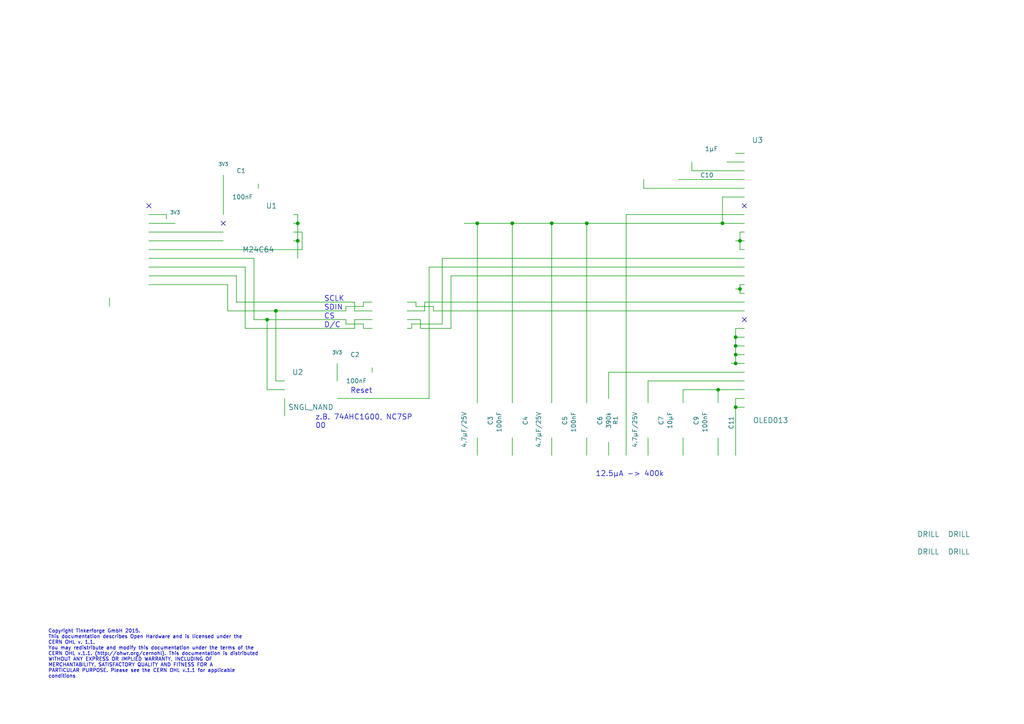
<source format=kicad_sch>
(kicad_sch (version 20230121) (generator eeschema)
  (paper "A4")
  (title_block (title "OLED 128x64") (date "2016-06-17") (rev "1.1") (company "Tinkerforge GmbH") (comment 1 "Licensed under CERN OHL v.1.1") (comment 2 "Copyright (©) 2016, B.Nordmeyer <bastian@tinkerforge.com>"))
  (lib_symbols)
  (junction (at 148.59 64.77))
  (junction (at 214.63 83.82))
  (junction (at 213.36 105.41))
  (junction (at 214.63 69.85))
  (junction (at 213.36 100.33))
  (junction (at 213.36 97.79))
  (junction (at 209.55 64.77))
  (junction (at 86.36 64.77))
  (junction (at 80.01 90.17))
  (junction (at 86.36 69.85))
  (junction (at 77.47 92.71))
  (junction (at 160.02 64.77))
  (junction (at 208.28 113.03))
  (junction (at 213.36 118.11))
  (junction (at 170.18 64.77))
  (junction (at 138.43 64.77))
  (junction (at 213.36 102.87))
  (no_connect (at 215.9 59.69))
  (no_connect (at 64.77 64.77))
  (no_connect (at 43.18 59.69))
  (no_connect (at 215.9 92.71))
  (wire (pts (xy 213.36 102.87) (xy 213.36 100.33)))
  (wire (pts (xy 120.65 87.63) (xy 118.11 87.63)))
  (wire (pts (xy 215.9 113.03) (xy 208.28 113.03)))
  (wire (pts (xy 213.36 69.85) (xy 214.63 69.85)))
  (wire (pts (xy 77.47 113.03) (xy 77.47 92.71)))
  (wire (pts (xy 187.96 132.08) (xy 187.96 127)))
  (wire (pts (xy 215.9 118.11) (xy 213.36 118.11)))
  (wire (pts (xy 208.28 113.03) (xy 198.12 113.03)))
  (wire (pts (xy 213.36 118.11) (xy 213.36 132.08)))
  (wire (pts (xy 87.63 67.31) (xy 87.63 72.39)))
  (wire (pts (xy 71.12 95.25) (xy 102.87 95.25)))
  (wire (pts (xy 213.36 95.25) (xy 215.9 95.25)))
  (wire (pts (xy 121.92 92.71) (xy 118.11 92.71)))
  (wire (pts (xy 119.38 95.25) (xy 119.38 93.98)))
  (wire (pts (xy 214.63 69.85) (xy 215.9 69.85)))
  (wire (pts (xy 215.9 110.49) (xy 187.96 110.49)))
  (wire (pts (xy 128.27 74.93) (xy 128.27 93.98)))
  (wire (pts (xy 215.9 62.23) (xy 181.61 62.23)))
  (wire (pts (xy 160.02 132.08) (xy 160.02 127)))
  (wire (pts (xy 160.02 64.77) (xy 170.18 64.77)))
  (wire (pts (xy 66.04 90.17) (xy 66.04 82.55)))
  (wire (pts (xy 80.01 90.17) (xy 66.04 90.17)))
  (wire (pts (xy 213.36 115.57) (xy 213.36 118.11)))
  (wire (pts (xy 74.93 53.34) (xy 74.93 54.61)))
  (wire (pts (xy 87.63 72.39) (xy 43.18 72.39)))
  (wire (pts (xy 215.9 87.63) (xy 123.19 87.63)))
  (wire (pts (xy 170.18 64.77) (xy 209.55 64.77)))
  (wire (pts (xy 198.12 113.03) (xy 198.12 116.84)))
  (wire (pts (xy 68.58 87.63) (xy 68.58 80.01)))
  (wire (pts (xy 214.63 82.55) (xy 214.63 83.82)))
  (wire (pts (xy 125.73 88.9) (xy 120.65 88.9)))
  (wire (pts (xy 102.87 95.25) (xy 102.87 92.71)))
  (wire (pts (xy 181.61 62.23) (xy 181.61 132.08)))
  (wire (pts (xy 107.95 87.63) (xy 105.41 87.63)))
  (wire (pts (xy 215.9 82.55) (xy 214.63 82.55)))
  (wire (pts (xy 43.18 67.31) (xy 64.77 67.31)))
  (wire (pts (xy 213.36 100.33) (xy 213.36 97.79)))
  (wire (pts (xy 124.46 115.57) (xy 97.79 115.57)))
  (wire (pts (xy 213.36 105.41) (xy 213.36 102.87)))
  (wire (pts (xy 215.9 90.17) (xy 125.73 90.17)))
  (wire (pts (xy 107.95 90.17) (xy 102.87 90.17)))
  (wire (pts (xy 214.63 67.31) (xy 215.9 67.31)))
  (wire (pts (xy 71.12 77.47) (xy 43.18 77.47)))
  (wire (pts (xy 198.12 127) (xy 198.12 132.08)))
  (wire (pts (xy 128.27 74.93) (xy 215.9 74.93)))
  (wire (pts (xy 187.96 110.49) (xy 187.96 116.84)))
  (wire (pts (xy 210.82 46.99) (xy 215.9 46.99)))
  (wire (pts (xy 138.43 132.08) (xy 138.43 127)))
  (wire (pts (xy 43.18 64.77) (xy 50.8 64.77)))
  (wire (pts (xy 77.47 92.71) (xy 73.66 92.71)))
  (wire (pts (xy 48.26 62.23) (xy 48.26 63.5)))
  (wire (pts (xy 186.69 54.61) (xy 186.69 52.07)))
  (wire (pts (xy 85.09 62.23) (xy 86.36 62.23)))
  (wire (pts (xy 105.41 88.9) (xy 100.33 88.9)))
  (wire (pts (xy 196.85 52.07) (xy 215.9 52.07)))
  (wire (pts (xy 82.55 110.49) (xy 80.01 110.49)))
  (wire (pts (xy 43.18 62.23) (xy 48.26 62.23)))
  (wire (pts (xy 215.9 49.53) (xy 200.66 49.53)))
  (wire (pts (xy 170.18 132.08) (xy 170.18 127)))
  (wire (pts (xy 100.33 90.17) (xy 80.01 90.17)))
  (wire (pts (xy 208.28 127) (xy 208.28 132.08)))
  (wire (pts (xy 130.81 80.01) (xy 215.9 80.01)))
  (wire (pts (xy 68.58 80.01) (xy 43.18 80.01)))
  (wire (pts (xy 107.95 95.25) (xy 105.41 95.25)))
  (wire (pts (xy 215.9 105.41) (xy 213.36 105.41)))
  (wire (pts (xy 214.63 83.82) (xy 214.63 85.09)))
  (wire (pts (xy 31.75 88.9) (xy 31.75 86.36)))
  (wire (pts (xy 213.36 44.45) (xy 215.9 44.45)))
  (wire (pts (xy 105.41 93.98) (xy 100.33 93.98)))
  (wire (pts (xy 86.36 69.85) (xy 86.36 74.93)))
  (wire (pts (xy 200.66 49.53) (xy 200.66 46.99)))
  (wire (pts (xy 100.33 88.9) (xy 100.33 90.17)))
  (wire (pts (xy 123.19 87.63) (xy 123.19 90.17)))
  (wire (pts (xy 214.63 72.39) (xy 215.9 72.39)))
  (wire (pts (xy 215.9 100.33) (xy 213.36 100.33)))
  (wire (pts (xy 215.9 102.87) (xy 213.36 102.87)))
  (wire (pts (xy 214.63 83.82) (xy 213.36 83.82)))
  (wire (pts (xy 82.55 113.03) (xy 77.47 113.03)))
  (wire (pts (xy 130.81 95.25) (xy 130.81 80.01)))
  (wire (pts (xy 102.87 92.71) (xy 107.95 92.71)))
  (wire (pts (xy 214.63 67.31) (xy 214.63 69.85)))
  (wire (pts (xy 213.36 105.41) (xy 212.09 105.41)))
  (wire (pts (xy 105.41 95.25) (xy 105.41 93.98)))
  (wire (pts (xy 97.79 105.41) (xy 97.79 110.49)))
  (wire (pts (xy 107.95 106.68) (xy 107.95 107.95)))
  (wire (pts (xy 71.12 95.25) (xy 71.12 77.47)))
  (wire (pts (xy 176.53 107.95) (xy 176.53 115.57)))
  (wire (pts (xy 215.9 115.57) (xy 213.36 115.57)))
  (wire (pts (xy 138.43 64.77) (xy 148.59 64.77)))
  (wire (pts (xy 170.18 116.84) (xy 170.18 64.77)))
  (wire (pts (xy 64.77 69.85) (xy 43.18 69.85)))
  (wire (pts (xy 85.09 67.31) (xy 87.63 67.31)))
  (wire (pts (xy 160.02 116.84) (xy 160.02 64.77)))
  (wire (pts (xy 105.41 87.63) (xy 105.41 88.9)))
  (wire (pts (xy 64.77 50.8) (xy 64.77 62.23)))
  (wire (pts (xy 215.9 107.95) (xy 176.53 107.95)))
  (wire (pts (xy 100.33 92.71) (xy 77.47 92.71)))
  (wire (pts (xy 176.53 128.27) (xy 176.53 132.08)))
  (wire (pts (xy 138.43 116.84) (xy 138.43 64.77)))
  (wire (pts (xy 214.63 69.85) (xy 214.63 72.39)))
  (wire (pts (xy 134.62 64.77) (xy 138.43 64.77)))
  (wire (pts (xy 215.9 57.15) (xy 209.55 57.15)))
  (wire (pts (xy 102.87 90.17) (xy 102.87 87.63)))
  (wire (pts (xy 120.65 88.9) (xy 120.65 87.63)))
  (wire (pts (xy 148.59 64.77) (xy 160.02 64.77)))
  (wire (pts (xy 119.38 93.98) (xy 128.27 93.98)))
  (wire (pts (xy 121.92 95.25) (xy 121.92 92.71)))
  (wire (pts (xy 214.63 85.09) (xy 215.9 85.09)))
  (wire (pts (xy 209.55 57.15) (xy 209.55 64.77)))
  (wire (pts (xy 86.36 62.23) (xy 86.36 64.77)))
  (wire (pts (xy 73.66 74.93) (xy 43.18 74.93)))
  (wire (pts (xy 86.36 69.85) (xy 85.09 69.85)))
  (wire (pts (xy 100.33 93.98) (xy 100.33 92.71)))
  (wire (pts (xy 82.55 120.65) (xy 82.55 115.57)))
  (wire (pts (xy 123.19 90.17) (xy 118.11 90.17)))
  (wire (pts (xy 66.04 82.55) (xy 43.18 82.55)))
  (wire (pts (xy 85.09 64.77) (xy 86.36 64.77)))
  (wire (pts (xy 213.36 97.79) (xy 213.36 95.25)))
  (wire (pts (xy 215.9 77.47) (xy 124.46 77.47)))
  (wire (pts (xy 124.46 77.47) (xy 124.46 115.57)))
  (wire (pts (xy 215.9 97.79) (xy 213.36 97.79)))
  (wire (pts (xy 148.59 132.08) (xy 148.59 127)))
  (wire (pts (xy 209.55 64.77) (xy 215.9 64.77)))
  (wire (pts (xy 102.87 87.63) (xy 68.58 87.63)))
  (wire (pts (xy 86.36 64.77) (xy 86.36 69.85)))
  (wire (pts (xy 215.9 54.61) (xy 186.69 54.61)))
  (wire (pts (xy 73.66 92.71) (xy 73.66 74.93)))
  (wire (pts (xy 130.81 95.25) (xy 121.92 95.25)))
  (wire (pts (xy 208.28 116.84) (xy 208.28 113.03)))
  (wire (pts (xy 118.11 95.25) (xy 119.38 95.25)))
  (wire (pts (xy 125.73 90.17) (xy 125.73 88.9)))
  (wire (pts (xy 148.59 116.84) (xy 148.59 64.77)))
  (wire (pts (xy 80.01 110.49) (xy 80.01 90.17)))
  (text "D/C" (at 93.98 95.25 0) (effects (font (size 1.524 1.524)) (justify left bottom)))
  (text "Reset" (at 101.6 114.3 0) (effects (font (size 1.524 1.524)) (justify left bottom)))
  (text "z.B. 74AHC1G00, NC7SP\n00" (at 91.44 124.46 0) (effects (font (size 1.524 1.524)) (justify left bottom)))
  (text "SDIN" (at 93.98 90.17 0) (effects (font (size 1.524 1.524)) (justify left bottom)))
  (text "SCLK" (at 93.98 87.63 0) (effects (font (size 1.524 1.524)) (justify left bottom)))
  (text "Copyright Tinkerforge GmbH 2015.\nThis documentation describes Open Hardware and is licensed under the\nCERN OHL v. 1.1.\nYou may redistribute and modify this documentation under the terms of the\nCERN OHL v.1.1. (http://ohwr.org/cernohl). This documentation is distributed\nWITHOUT ANY EXPRESS OR IMPLIED WARRANTY, INCLUDING OF\nMERCHANTABILITY, SATISFACTORY QUALITY AND FITNESS FOR A\nPARTICULAR PURPOSE. Please see the CERN OHL v.1.1 for applicable\nconditions\n" (at 13.97 196.85 0) (effects (font (size 1.016 1.016)) (justify left bottom)))
  (text "12.5µA -> 400k" (at 172.72 138.43 0) (effects (font (size 1.524 1.524)) (justify left bottom)))
  (text "CS" (at 93.98 92.71 0) (effects (font (size 1.524 1.524)) (justify left bottom)))
  (symbol (lib_id "DRILL") (at 278.13 154.94 0) (unit 1)
    (property "Reference" "U6" (effects hide))
    (property "Value" "DRILL" (at 278.13 154.94 0) (effects (font (size 1.524 1.524))))
    (property "Footprint" "kicad-libraries:DRILL_NP" (effects hide))
  )
  (symbol (lib_id "DRILL") (at 278.13 160.02 0) (unit 1)
    (property "Reference" "U7" (effects hide))
    (property "Value" "DRILL" (at 278.13 160.02 0) (effects (font (size 1.524 1.524))))
    (property "Footprint" "kicad-libraries:DRILL_NP" (effects hide))
  )
  (symbol (lib_id "DRILL") (at 269.24 154.94 0) (unit 1)
    (property "Reference" "U4" (effects hide))
    (property "Value" "DRILL" (at 269.24 154.94 0) (effects (font (size 1.524 1.524))))
    (property "Footprint" "kicad-libraries:DRILL_NP" (effects hide))
  )
  (symbol (lib_id "DRILL") (at 269.24 160.02 0) (unit 1)
    (property "Reference" "U5" (effects hide))
    (property "Value" "DRILL" (at 269.24 160.02 0) (effects (font (size 1.524 1.524))))
    (property "Footprint" "kicad-libraries:DRILL_NP" (effects hide))
  )
  (symbol (lib_id "CON-SENSOR") (at 31.75 71.12 0) (mirror y) (unit 1)
    (property "Reference" "P1" (at 38.1 57.15 0) (effects (font (size 1.524 1.524))))
    (property "Value" "CON-SENSOR" (at 26.67 71.12 90) (effects (font (size 1.524 1.524))))
    (property "Footprint" "kicad-libraries:CON-SENSOR" (effects hide))
  )
  (symbol (lib_id "GND") (at 48.26 63.5 0) (unit 1)
    (property "Reference" "#PWR01" (effects hide))
    (property "Value" "GND" (effects hide))
  )
  (symbol (lib_id "3V3") (at 50.8 64.77 0) (unit 1)
    (property "Reference" "#PWR02" (effects hide))
    (property "Value" "3V3" (at 50.8 61.595 0) (effects (font (size 1.016 1.016))))
  )
  (symbol (lib_id "CAT24C") (at 74.93 72.39 0) (mirror y) (unit 1)
    (property "Reference" "U1" (at 78.74 59.69 0) (effects (font (size 1.524 1.524))))
    (property "Value" "M24C64" (at 74.93 72.39 0) (effects (font (size 1.524 1.524))))
    (property "Footprint" "kicad-libraries:SOIC8" (effects hide))
  )
  (symbol (lib_id "C") (at 69.85 53.34 270) (unit 1)
    (property "Reference" "C1" (at 68.58 49.53 90) (effects (justify left)))
    (property "Value" "100nF" (at 67.31 57.15 90) (effects (justify left)))
    (property "Footprint" "kicad-libraries:C0603E" (effects hide))
  )
  (symbol (lib_id "GND") (at 74.93 54.61 0) (unit 1)
    (property "Reference" "#PWR03" (effects hide))
    (property "Value" "GND" (effects hide))
  )
  (symbol (lib_id "3V3") (at 64.77 50.8 0) (unit 1)
    (property "Reference" "#PWR04" (effects hide))
    (property "Value" "3V3" (at 64.77 47.625 0) (effects (font (size 1.016 1.016))))
  )
  (symbol (lib_id "GND") (at 86.36 74.93 0) (unit 1)
    (property "Reference" "#PWR05" (effects hide))
    (property "Value" "GND" (effects hide))
  )
  (symbol (lib_id "GND") (at 31.75 88.9 0) (unit 1)
    (property "Reference" "#PWR06" (effects hide))
    (property "Value" "GND" (effects hide))
  )
  (symbol (lib_id "OLED013") (at 223.52 81.28 0) (unit 1)
    (property "Reference" "U3" (at 219.71 40.64 0) (effects (font (size 1.524 1.524))))
    (property "Value" "OLED013" (at 223.52 121.92 0) (effects (font (size 1.524 1.524))))
    (property "Footprint" "kicad-libraries:ER-CON30HT-1" (effects hide))
  )
  (symbol (lib_id "C") (at 208.28 121.92 180) (unit 1)
    (property "Reference" "C11" (at 212.09 120.65 90) (effects (justify left)))
    (property "Value" "100nF" (at 204.47 119.38 90) (effects (justify left)))
    (property "Footprint" "kicad-libraries:C0603E" (effects hide))
  )
  (symbol (lib_id "C") (at 198.12 121.92 180) (unit 1)
    (property "Reference" "C9" (at 201.93 120.65 90) (effects (justify left)))
    (property "Value" "10µF" (at 194.31 119.38 90) (effects (justify left)))
    (property "Footprint" "kicad-libraries:C0805" (effects hide))
  )
  (symbol (lib_id "R") (at 176.53 121.92 0) (unit 1)
    (property "Reference" "R1" (at 178.562 121.92 90))
    (property "Value" "390k" (at 176.53 121.92 90))
    (property "Footprint" "kicad-libraries:R0603E" (effects hide))
  )
  (symbol (lib_id "C") (at 187.96 121.92 180) (unit 1)
    (property "Reference" "C7" (at 191.77 120.65 90) (effects (justify left)))
    (property "Value" "4.7µF/25V" (at 184.15 119.38 90) (effects (justify left)))
    (property "Footprint" "kicad-libraries:C0805" (effects hide))
  )
  (symbol (lib_id "GND") (at 187.96 132.08 0) (unit 1)
    (property "Reference" "#PWR07" (effects hide))
    (property "Value" "GND" (effects hide))
  )
  (symbol (lib_id "GND") (at 213.36 132.08 0) (unit 1)
    (property "Reference" "#PWR08" (effects hide))
    (property "Value" "GND" (effects hide))
  )
  (symbol (lib_id "GND") (at 198.12 132.08 0) (unit 1)
    (property "Reference" "#PWR09" (effects hide))
    (property "Value" "GND" (effects hide))
  )
  (symbol (lib_id "GND") (at 208.28 132.08 0) (unit 1)
    (property "Reference" "#PWR010" (effects hide))
    (property "Value" "GND" (effects hide))
  )
  (symbol (lib_id "C") (at 138.43 121.92 180) (unit 1)
    (property "Reference" "C3" (at 142.24 120.65 90) (effects (justify left)))
    (property "Value" "4.7µF/25V" (at 134.62 119.38 90) (effects (justify left)))
    (property "Footprint" "kicad-libraries:C0805" (effects hide))
  )
  (symbol (lib_id "C") (at 148.59 121.92 180) (unit 1)
    (property "Reference" "C4" (at 152.4 120.65 90) (effects (justify left)))
    (property "Value" "100nF" (at 144.78 119.38 90) (effects (justify left)))
    (property "Footprint" "kicad-libraries:C0603E" (effects hide))
  )
  (symbol (lib_id "GND") (at 148.59 132.08 0) (unit 1)
    (property "Reference" "#PWR011" (effects hide))
    (property "Value" "GND" (effects hide))
  )
  (symbol (lib_id "GND") (at 138.43 132.08 0) (unit 1)
    (property "Reference" "#PWR012" (effects hide))
    (property "Value" "GND" (effects hide))
  )
  (symbol (lib_id "GND") (at 181.61 132.08 0) (unit 1)
    (property "Reference" "#PWR013" (effects hide))
    (property "Value" "GND" (effects hide))
  )
  (symbol (lib_id "C") (at 205.74 46.99 90) (unit 1)
    (property "Reference" "C10" (at 207.01 50.8 90) (effects (justify left)))
    (property "Value" "1µF" (at 208.28 43.18 90) (effects (justify left)))
    (property "Footprint" "kicad-libraries:C0603E" (effects hide))
  )
  (symbol (lib_id "C") (at 191.77 52.07 90) (unit 1)
    (property "Reference" "C8" (at 193.04 55.88 90) (effects (justify left)))
    (property "Value" "1µF" (at 194.31 48.26 90) (effects (justify left)))
    (property "Footprint" "kicad-libraries:C0603E" (effects hide))
  )
  (symbol (lib_id "GND") (at 176.53 132.08 0) (unit 1)
    (property "Reference" "#PWR014" (effects hide))
    (property "Value" "GND" (effects hide))
  )
  (symbol (lib_id "GND") (at 213.36 44.45 270) (unit 1)
    (property "Reference" "#PWR021" (effects hide))
    (property "Value" "GND" (effects hide))
  )
  (symbol (lib_id "C") (at 170.18 121.92 180) (unit 1)
    (property "Reference" "C6" (at 173.99 120.65 90) (effects (justify left)))
    (property "Value" "100nF" (at 166.37 119.38 90) (effects (justify left)))
    (property "Footprint" "kicad-libraries:C0603E" (effects hide))
  )
  (symbol (lib_id "C") (at 160.02 121.92 180) (unit 1)
    (property "Reference" "C5" (at 163.83 120.65 90) (effects (justify left)))
    (property "Value" "4.7µF/25V" (at 156.21 119.38 90) (effects (justify left)))
    (property "Footprint" "kicad-libraries:C0805" (effects hide))
  )
  (symbol (lib_id "GND") (at 160.02 132.08 0) (unit 1)
    (property "Reference" "#PWR015" (effects hide))
    (property "Value" "GND" (effects hide))
  )
  (symbol (lib_id "GND") (at 170.18 132.08 0) (unit 1)
    (property "Reference" "#PWR016" (effects hide))
    (property "Value" "GND" (effects hide))
  )
  (symbol (lib_id "3V3") (at 134.62 64.77 90) (unit 1)
    (property "Reference" "#PWR017" (effects hide))
    (property "Value" "3V3" (at 131.445 64.77 0) (effects (font (size 1.016 1.016))))
  )
  (symbol (lib_id "GND") (at 213.36 69.85 270) (unit 1)
    (property "Reference" "#PWR018" (effects hide))
    (property "Value" "GND" (effects hide))
  )
  (symbol (lib_id "GND") (at 213.36 83.82 270) (unit 1)
    (property "Reference" "#PWR019" (effects hide))
    (property "Value" "GND" (effects hide))
  )
  (symbol (lib_id "GND") (at 212.09 105.41 270) (unit 1)
    (property "Reference" "#PWR020" (effects hide))
    (property "Value" "GND" (effects hide))
  )
  (symbol (lib_id "R_PACK4") (at 113.03 86.36 0) (mirror x) (unit 1)
    (property "Reference" "RP1" (at 113.03 97.79 0) (effects (font (size 1.016 1.016))))
    (property "Value" "2k2" (at 113.03 85.09 0) (effects (font (size 1.016 1.016))))
    (property "Footprint" "kicad-libraries:0603X4" (effects hide))
  )
  (symbol (lib_id "SNGL_NAND") (at 90.17 113.03 0) (unit 1)
    (property "Reference" "U2" (at 86.36 107.95 0) (effects (font (size 1.524 1.524))))
    (property "Value" "SNGL_NAND" (at 90.17 118.11 0) (effects (font (size 1.524 1.524))))
    (property "Footprint" "kicad-libraries:SC70-5" (effects hide))
  )
  (symbol (lib_id "3V3") (at 97.79 105.41 0) (unit 1)
    (property "Reference" "#PWR022" (effects hide))
    (property "Value" "3V3" (at 97.79 102.235 0) (effects (font (size 1.016 1.016))))
  )
  (symbol (lib_id "C") (at 102.87 106.68 270) (unit 1)
    (property "Reference" "C2" (at 101.6 102.87 90) (effects (justify left)))
    (property "Value" "100nF" (at 100.33 110.49 90) (effects (justify left)))
    (property "Footprint" "kicad-libraries:C0603E" (effects hide))
  )
  (symbol (lib_id "GND") (at 107.95 107.95 0) (unit 1)
    (property "Reference" "#PWR023" (effects hide))
    (property "Value" "GND" (effects hide))
  )
  (symbol (lib_id "GND") (at 82.55 120.65 0) (unit 1)
    (property "Reference" "#PWR024" (effects hide))
    (property "Value" "GND" (effects hide))
  )
)
</source>
